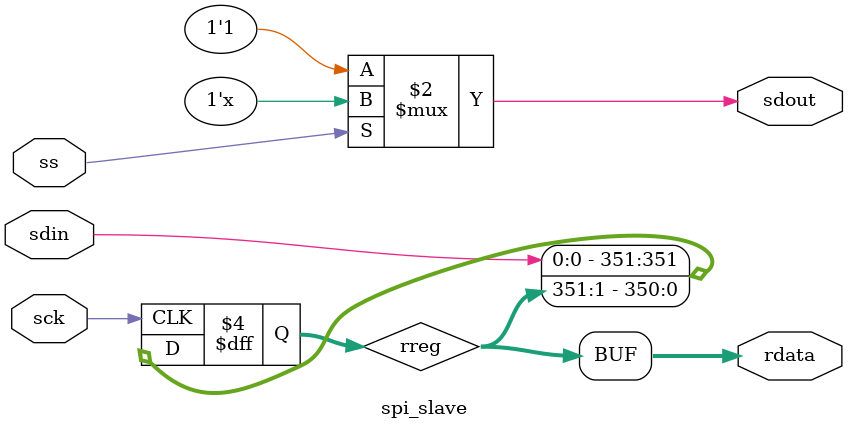
<source format=v>
module spi_slave (
  ss,
  sck,
  sdin,
  sdout,
  rdata);

  input ss,sck,sdin;
  output sdout;           //slave out   master in 
  output wire [351:0] rdata;
 
  reg [351:0] rreg;
 
  assign sdout = !ss ? 1'b1 : 1'bz; //if 1=> send data  else TRI-STATE sdout
 
 
//read from sdout
always @(posedge sck)
  begin
    rreg ={sdin, rreg[351:1]};
  end
 
  assign rdata = rreg;

endmodule

</source>
